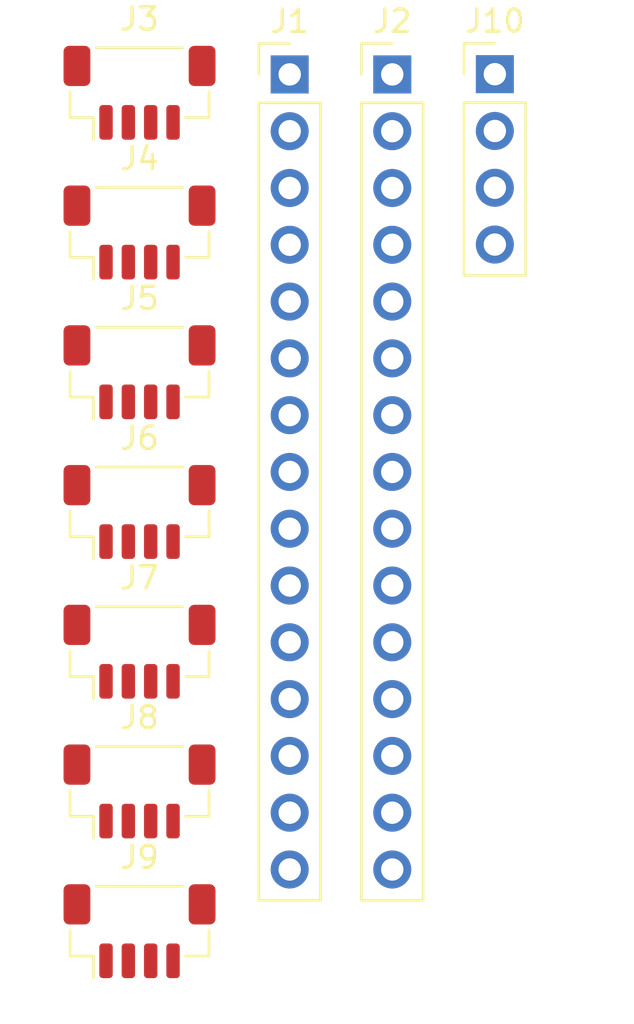
<source format=kicad_pcb>
(kicad_pcb (version 20241229) (generator "pcbnew") (generator_version "9.0")
  (layers (0 "F.Cu" signal) (2 "B.Cu" signal) (13 "F.Paste" user) (15 "B.Paste" user) (5 "F.SilkS" user "F.Silkscreen") (7 "B.SilkS" user "B.Silkscreen") (1 "F.Mask" user) (3 "B.Mask" user) (25 "Edge.Cuts" user))
  (net 0 "")
  (net 1 "Net-(J1-Pin_7)")
  (net 2 "Net-(J1-Pin_5)")
  (net 3 "Net-(J1-Pin_11)")
  (net 5 "Net-(J1-Pin_1)")
  (net 8 "Net-(J1-Pin_6)")
  (net 9 "Net-(J1-Pin_9)")
  (net 11 "Net-(J1-Pin_14)")
  (net 12 "Net-(J1-Pin_8)")
  (net 14 "Net-(J1-GND)")
  (net 15 "Net-(J1-Pin_10)")
  (net 19 "Net-(J2-Pin_7)")
  (net 20 "Net-(J2-Pin_10)")
  (net 22 "Net-(J2-Pin_3)")
  (net 24 "Net-(J2-Pin_6)")
  (net 26 "Net-(J2-Pin_8)")
  (net 27 "Net-(J2-Pin_9)")
  (net 28 "Net-(J2-Pin_11)")
  (net 29 "Net-(J2-Pin_5)")
  (footprint "Connector_JST:JST_SH_BM04B-SRSS-TB_1x04-1MP_P1.00mm_Vertical" (layer "F.Cu") (at 121.19 44.26)
    (property "Reference" "J3" (at 0 -3.3 0) (layer "F.SilkS"))
    (property "Value" "Conn_01x04_Pin")
    (fp_line (start -3.11 -0.04) (end -3.11 1.11) (stroke (width 0.12)) (layer "F.SilkS"))
    (fp_line (start -3.11 1.11) (end -2.06 1.11) (stroke (width 0.12)) (layer "F.SilkS"))
    (fp_line (start -2.06 1.11) (end -2.06 2.1) (stroke (width 0.12)) (layer "F.SilkS"))
    (fp_line (start -1.94 -2.01) (end 1.94 -2.01) (stroke (width 0.12)) (layer "F.SilkS"))
    (fp_line (start 3.11 -0.04) (end 3.11 1.11) (stroke (width 0.12)) (layer "F.SilkS"))
    (fp_line (start 3.11 1.11) (end 2.06 1.11) (stroke (width 0.12)) (layer "F.SilkS"))
    (pad "1" smd roundrect (at -1.5 1.325) (size 0.6 1.55) (layers "F.Cu" "F.Mask" "F.Paste") (net 5 "Net-(J1-Pin_1)"))
    (pad "2" smd roundrect (at -0.5 1.325) (size 0.6 1.55) (layers "F.Cu" "F.Mask" "F.Paste") (net 14 "Net-(J1-GND)"))
    (pad "3" smd roundrect (at 0.5 1.325) (size 0.6 1.55) (layers "F.Cu" "F.Mask" "F.Paste") (net 22 "Net-(J2-Pin_3)"))
    (pad "4" smd roundrect (at 1.5 1.325) (size 0.6 1.55) (layers "F.Cu" "F.Mask" "F.Paste") (net 29 "Net-(J2-Pin_5)"))
    (pad "MP" smd roundrect (at -2.8 -1.2) (size 1.2 1.8) (layers "F.Cu" "F.Mask" "F.Paste") (roundrect_rratio 0.208333))
    (pad "MP" smd roundrect (at 2.8 -1.2) (size 1.2 1.8) (layers "F.Cu" "F.Mask" "F.Paste") (roundrect_rratio 0.208333))
  )
  (footprint "Connector_PinHeader_2.54mm:PinHeader_1x15_P2.54mm_Vertical" (layer "F.Cu") (at 127.91 43.44)
    (property "Reference" "J1" (at 0 -2.38 0) (layer "F.SilkS"))
    (property "Value" "Conn_01x16_Pin")
    (fp_line (start -1.38 -1.38) (end 0 -1.38) (stroke (width 0.12)) (layer "F.SilkS"))
    (fp_line (start -1.38 0) (end -1.38 -1.38) (stroke (width 0.12)) (layer "F.SilkS"))
    (fp_line (start -1.38 1.27) (end -1.38 36.94) (stroke (width 0.12)) (layer "F.SilkS"))
    (fp_line (start -1.38 1.27) (end 1.38 1.27) (stroke (width 0.12)) (layer "F.SilkS"))
    (fp_line (start -1.38 36.94) (end 1.38 36.94) (stroke (width 0.12)) (layer "F.SilkS"))
    (fp_line (start 1.38 1.27) (end 1.38 36.94) (stroke (width 0.12)) (layer "F.SilkS"))
    (pad "1" thru_hole rect (at 0 0) (size 1.7 1.7) (drill 1) (layers "*.Cu" "*.Mask") (net 5 "Net-(J1-Pin_1)"))
    (pad "2" thru_hole circle (at 0 2.54) (size 1.7 1.7) (drill 1) (layers "*.Cu" "*.Mask") (net 14 "Net-(J1-GND)"))
    (pad "3" thru_hole circle (at 0 5.08) (size 1.7 1.7) (drill 1) (layers "*.Cu" "*.Mask"))
    (pad "4" thru_hole circle (at 0 7.62) (size 1.7 1.7) (drill 1) (layers "*.Cu" "*.Mask"))
    (pad "5" thru_hole circle (at 0 10.16) (size 1.7 1.7) (drill 1) (layers "*.Cu" "*.Mask") (net 2 "Net-(J1-Pin_5)"))
    (pad "6" thru_hole circle (at 0 12.7) (size 1.7 1.7) (drill 1) (layers "*.Cu" "*.Mask") (net 8 "Net-(J1-Pin_6)"))
    (pad "7" thru_hole circle (at 0 15.24) (size 1.7 1.7) (drill 1) (layers "*.Cu" "*.Mask") (net 1 "Net-(J1-Pin_7)"))
    (pad "8" thru_hole circle (at 0 17.78) (size 1.7 1.7) (drill 1) (layers "*.Cu" "*.Mask") (net 12 "Net-(J1-Pin_8)"))
    (pad "9" thru_hole circle (at 0 20.32) (size 1.7 1.7) (drill 1) (layers "*.Cu" "*.Mask") (net 9 "Net-(J1-Pin_9)"))
    (pad "10" thru_hole circle (at 0 22.86) (size 1.7 1.7) (drill 1) (layers "*.Cu" "*.Mask") (net 15 "Net-(J1-Pin_10)"))
    (pad "11" thru_hole circle (at 0 25.4) (size 1.7 1.7) (drill 1) (layers "*.Cu" "*.Mask") (net 3 "Net-(J1-Pin_11)"))
    (pad "12" thru_hole circle (at 0 27.94) (size 1.7 1.7) (drill 1) (layers "*.Cu" "*.Mask"))
    (pad "13" thru_hole circle (at 0 30.48) (size 1.7 1.7) (drill 1) (layers "*.Cu" "*.Mask"))
    (pad "14" thru_hole circle (at 0 33.02) (size 1.7 1.7) (drill 1) (layers "*.Cu" "*.Mask") (net 11 "Net-(J1-Pin_14)"))
    (pad "15" thru_hole circle (at 0 35.56) (size 1.7 1.7) (drill 1) (layers "*.Cu" "*.Mask"))
  )
  (footprint "Connector_PinHeader_2.54mm:PinHeader_1x04_P2.54mm_Vertical" (layer "F.Cu") (at 137.09 43.43)
    (property "Reference" "J10" (at 0 -2.38 0) (layer "F.SilkS"))
    (property "Value" "Conn_01x04_Pin")
    (fp_line (start -1.38 -1.38) (end 0 -1.38) (stroke (width 0.12)) (layer "F.SilkS"))
    (fp_line (start -1.38 0) (end -1.38 -1.38) (stroke (width 0.12)) (layer "F.SilkS"))
    (fp_line (start -1.38 1.27) (end -1.38 9) (stroke (width 0.12)) (layer "F.SilkS"))
    (fp_line (start -1.38 1.27) (end 1.38 1.27) (stroke (width 0.12)) (layer "F.SilkS"))
    (fp_line (start -1.38 9) (end 1.38 9) (stroke (width 0.12)) (layer "F.SilkS"))
    (fp_line (start 1.38 1.27) (end 1.38 9) (stroke (width 0.12)) (layer "F.SilkS"))
    (pad "1" thru_hole rect (at 0 0) (size 1.7 1.7) (drill 1) (layers "*.Cu" "*.Mask") (net 5 "Net-(J1-Pin_1)"))
    (pad "2" thru_hole circle (at 0 2.54) (size 1.7 1.7) (drill 1) (layers "*.Cu" "*.Mask") (net 14 "Net-(J1-GND)"))
    (pad "3" thru_hole circle (at 0 5.08) (size 1.7 1.7) (drill 1) (layers "*.Cu" "*.Mask") (net 3 "Net-(J1-Pin_11)"))
    (pad "4" thru_hole circle (at 0 7.62) (size 1.7 1.7) (drill 1) (layers "*.Cu" "*.Mask") (net 11 "Net-(J1-Pin_14)"))
  )
  (footprint "Connector_JST:JST_SH_BM04B-SRSS-TB_1x04-1MP_P1.00mm_Vertical" (layer "F.Cu") (at 121.19 69.26)
    (property "Reference" "J7" (at 0 -3.3 0) (layer "F.SilkS"))
    (property "Value" "Conn_01x04_Pin")
    (fp_line (start -3.11 -0.04) (end -3.11 1.11) (stroke (width 0.12)) (layer "F.SilkS"))
    (fp_line (start -3.11 1.11) (end -2.06 1.11) (stroke (width 0.12)) (layer "F.SilkS"))
    (fp_line (start -2.06 1.11) (end -2.06 2.1) (stroke (width 0.12)) (layer "F.SilkS"))
    (fp_line (start -1.94 -2.01) (end 1.94 -2.01) (stroke (width 0.12)) (layer "F.SilkS"))
    (fp_line (start 3.11 -0.04) (end 3.11 1.11) (stroke (width 0.12)) (layer "F.SilkS"))
    (fp_line (start 3.11 1.11) (end 2.06 1.11) (stroke (width 0.12)) (layer "F.SilkS"))
    (pad "1" smd roundrect (at -1.5 1.325) (size 0.6 1.55) (layers "F.Cu" "F.Mask" "F.Paste") (net 5 "Net-(J1-Pin_1)"))
    (pad "2" smd roundrect (at -0.5 1.325) (size 0.6 1.55) (layers "F.Cu" "F.Mask" "F.Paste") (net 14 "Net-(J1-GND)"))
    (pad "3" smd roundrect (at 0.5 1.325) (size 0.6 1.55) (layers "F.Cu" "F.Mask" "F.Paste") (net 2 "Net-(J1-Pin_5)"))
    (pad "4" smd roundrect (at 1.5 1.325) (size 0.6 1.55) (layers "F.Cu" "F.Mask" "F.Paste") (net 8 "Net-(J1-Pin_6)"))
    (pad "MP" smd roundrect (at -2.8 -1.2) (size 1.2 1.8) (layers "F.Cu" "F.Mask" "F.Paste") (roundrect_rratio 0.208333))
    (pad "MP" smd roundrect (at 2.8 -1.2) (size 1.2 1.8) (layers "F.Cu" "F.Mask" "F.Paste") (roundrect_rratio 0.208333))
  )
  (footprint "Connector_JST:JST_SH_BM04B-SRSS-TB_1x04-1MP_P1.00mm_Vertical" (layer "F.Cu") (at 121.19 75.51)
    (property "Reference" "J8" (at 0 -3.3 0) (layer "F.SilkS"))
    (property "Value" "Conn_01x04_Pin")
    (fp_line (start -3.11 -0.04) (end -3.11 1.11) (stroke (width 0.12)) (layer "F.SilkS"))
    (fp_line (start -3.11 1.11) (end -2.06 1.11) (stroke (width 0.12)) (layer "F.SilkS"))
    (fp_line (start -2.06 1.11) (end -2.06 2.1) (stroke (width 0.12)) (layer "F.SilkS"))
    (fp_line (start -1.94 -2.01) (end 1.94 -2.01) (stroke (width 0.12)) (layer "F.SilkS"))
    (fp_line (start 3.11 -0.04) (end 3.11 1.11) (stroke (width 0.12)) (layer "F.SilkS"))
    (fp_line (start 3.11 1.11) (end 2.06 1.11) (stroke (width 0.12)) (layer "F.SilkS"))
    (pad "1" smd roundrect (at -1.5 1.325) (size 0.6 1.55) (layers "F.Cu" "F.Mask" "F.Paste") (net 5 "Net-(J1-Pin_1)"))
    (pad "2" smd roundrect (at -0.5 1.325) (size 0.6 1.55) (layers "F.Cu" "F.Mask" "F.Paste") (net 14 "Net-(J1-GND)"))
    (pad "3" smd roundrect (at 0.5 1.325) (size 0.6 1.55) (layers "F.Cu" "F.Mask" "F.Paste") (net 1 "Net-(J1-Pin_7)"))
    (pad "4" smd roundrect (at 1.5 1.325) (size 0.6 1.55) (layers "F.Cu" "F.Mask" "F.Paste") (net 12 "Net-(J1-Pin_8)"))
    (pad "MP" smd roundrect (at -2.8 -1.2) (size 1.2 1.8) (layers "F.Cu" "F.Mask" "F.Paste") (roundrect_rratio 0.208333))
    (pad "MP" smd roundrect (at 2.8 -1.2) (size 1.2 1.8) (layers "F.Cu" "F.Mask" "F.Paste") (roundrect_rratio 0.208333))
  )
  (footprint "Connector_PinHeader_2.54mm:PinHeader_1x15_P2.54mm_Vertical" (layer "F.Cu") (at 132.5 43.44)
    (property "Reference" "J2" (at 0 -2.38 0) (layer "F.SilkS"))
    (property "Value" "Conn_01x16_Pin")
    (fp_line (start -1.38 -1.38) (end 0 -1.38) (stroke (width 0.12)) (layer "F.SilkS"))
    (fp_line (start -1.38 0) (end -1.38 -1.38) (stroke (width 0.12)) (layer "F.SilkS"))
    (fp_line (start -1.38 1.27) (end -1.38 36.94) (stroke (width 0.12)) (layer "F.SilkS"))
    (fp_line (start -1.38 1.27) (end 1.38 1.27) (stroke (width 0.12)) (layer "F.SilkS"))
    (fp_line (start -1.38 36.94) (end 1.38 36.94) (stroke (width 0.12)) (layer "F.SilkS"))
    (fp_line (start 1.38 1.27) (end 1.38 36.94) (stroke (width 0.12)) (layer "F.SilkS"))
    (pad "1" thru_hole rect (at 0 0) (size 1.7 1.7) (drill 1) (layers "*.Cu" "*.Mask"))
    (pad "2" thru_hole circle (at 0 2.54) (size 1.7 1.7) (drill 1) (layers "*.Cu" "*.Mask"))
    (pad "3" thru_hole circle (at 0 5.08) (size 1.7 1.7) (drill 1) (layers "*.Cu" "*.Mask") (net 22 "Net-(J2-Pin_3)"))
    (pad "4" thru_hole circle (at 0 7.62) (size 1.7 1.7) (drill 1) (layers "*.Cu" "*.Mask"))
    (pad "5" thru_hole circle (at 0 10.16) (size 1.7 1.7) (drill 1) (layers "*.Cu" "*.Mask") (net 29 "Net-(J2-Pin_5)"))
    (pad "6" thru_hole circle (at 0 12.7) (size 1.7 1.7) (drill 1) (layers "*.Cu" "*.Mask") (net 24 "Net-(J2-Pin_6)"))
    (pad "7" thru_hole circle (at 0 15.24) (size 1.7 1.7) (drill 1) (layers "*.Cu" "*.Mask") (net 19 "Net-(J2-Pin_7)"))
    (pad "8" thru_hole circle (at 0 17.78) (size 1.7 1.7) (drill 1) (layers "*.Cu" "*.Mask") (net 26 "Net-(J2-Pin_8)"))
    (pad "9" thru_hole circle (at 0 20.32) (size 1.7 1.7) (drill 1) (layers "*.Cu" "*.Mask") (net 27 "Net-(J2-Pin_9)"))
    (pad "10" thru_hole circle (at 0 22.86) (size 1.7 1.7) (drill 1) (layers "*.Cu" "*.Mask") (net 20 "Net-(J2-Pin_10)"))
    (pad "11" thru_hole circle (at 0 25.4) (size 1.7 1.7) (drill 1) (layers "*.Cu" "*.Mask") (net 28 "Net-(J2-Pin_11)"))
    (pad "12" thru_hole circle (at 0 27.94) (size 1.7 1.7) (drill 1) (layers "*.Cu" "*.Mask"))
    (pad "13" thru_hole circle (at 0 30.48) (size 1.7 1.7) (drill 1) (layers "*.Cu" "*.Mask"))
    (pad "14" thru_hole circle (at 0 33.02) (size 1.7 1.7) (drill 1) (layers "*.Cu" "*.Mask"))
    (pad "15" thru_hole circle (at 0 35.56) (size 1.7 1.7) (drill 1) (layers "*.Cu" "*.Mask"))
  )
  (footprint "Connector_JST:JST_SH_BM04B-SRSS-TB_1x04-1MP_P1.00mm_Vertical" (layer "F.Cu") (at 121.19 63.01)
    (property "Reference" "J6" (at 0 -3.3 0) (layer "F.SilkS"))
    (property "Value" "Conn_01x04_Pin")
    (fp_line (start -3.11 -0.04) (end -3.11 1.11) (stroke (width 0.12)) (layer "F.SilkS"))
    (fp_line (start -3.11 1.11) (end -2.06 1.11) (stroke (width 0.12)) (layer "F.SilkS"))
    (fp_line (start -2.06 1.11) (end -2.06 2.1) (stroke (width 0.12)) (layer "F.SilkS"))
    (fp_line (start -1.94 -2.01) (end 1.94 -2.01) (stroke (width 0.12)) (layer "F.SilkS"))
    (fp_line (start 3.11 -0.04) (end 3.11 1.11) (stroke (width 0.12)) (layer "F.SilkS"))
    (fp_line (start 3.11 1.11) (end 2.06 1.11) (stroke (width 0.12)) (layer "F.SilkS"))
    (pad "1" smd roundrect (at -1.5 1.325) (size 0.6 1.55) (layers "F.Cu" "F.Mask" "F.Paste") (net 5 "Net-(J1-Pin_1)"))
    (pad "2" smd roundrect (at -0.5 1.325) (size 0.6 1.55) (layers "F.Cu" "F.Mask" "F.Paste") (net 14 "Net-(J1-GND)"))
    (pad "3" smd roundrect (at 0.5 1.325) (size 0.6 1.55) (layers "F.Cu" "F.Mask" "F.Paste") (net 20 "Net-(J2-Pin_10)"))
    (pad "4" smd roundrect (at 1.5 1.325) (size 0.6 1.55) (layers "F.Cu" "F.Mask" "F.Paste") (net 28 "Net-(J2-Pin_11)"))
    (pad "MP" smd roundrect (at -2.8 -1.2) (size 1.2 1.8) (layers "F.Cu" "F.Mask" "F.Paste") (roundrect_rratio 0.208333))
    (pad "MP" smd roundrect (at 2.8 -1.2) (size 1.2 1.8) (layers "F.Cu" "F.Mask" "F.Paste") (roundrect_rratio 0.208333))
  )
  (footprint "Connector_JST:JST_SH_BM04B-SRSS-TB_1x04-1MP_P1.00mm_Vertical" (layer "F.Cu") (at 121.19 50.51)
    (property "Reference" "J4" (at 0 -3.3 0) (layer "F.SilkS"))
    (property "Value" "Conn_01x04_Pin")
    (fp_line (start -3.11 -0.04) (end -3.11 1.11) (stroke (width 0.12)) (layer "F.SilkS"))
    (fp_line (start -3.11 1.11) (end -2.06 1.11) (stroke (width 0.12)) (layer "F.SilkS"))
    (fp_line (start -2.06 1.11) (end -2.06 2.1) (stroke (width 0.12)) (layer "F.SilkS"))
    (fp_line (start -1.94 -2.01) (end 1.94 -2.01) (stroke (width 0.12)) (layer "F.SilkS"))
    (fp_line (start 3.11 -0.04) (end 3.11 1.11) (stroke (width 0.12)) (layer "F.SilkS"))
    (fp_line (start 3.11 1.11) (end 2.06 1.11) (stroke (width 0.12)) (layer "F.SilkS"))
    (pad "1" smd roundrect (at -1.5 1.325) (size 0.6 1.55) (layers "F.Cu" "F.Mask" "F.Paste") (net 5 "Net-(J1-Pin_1)"))
    (pad "2" smd roundrect (at -0.5 1.325) (size 0.6 1.55) (layers "F.Cu" "F.Mask" "F.Paste") (net 14 "Net-(J1-GND)"))
    (pad "3" smd roundrect (at 0.5 1.325) (size 0.6 1.55) (layers "F.Cu" "F.Mask" "F.Paste") (net 24 "Net-(J2-Pin_6)"))
    (pad "4" smd roundrect (at 1.5 1.325) (size 0.6 1.55) (layers "F.Cu" "F.Mask" "F.Paste") (net 19 "Net-(J2-Pin_7)"))
    (pad "MP" smd roundrect (at -2.8 -1.2) (size 1.2 1.8) (layers "F.Cu" "F.Mask" "F.Paste") (roundrect_rratio 0.208333))
    (pad "MP" smd roundrect (at 2.8 -1.2) (size 1.2 1.8) (layers "F.Cu" "F.Mask" "F.Paste") (roundrect_rratio 0.208333))
  )
  (footprint "Connector_JST:JST_SH_BM04B-SRSS-TB_1x04-1MP_P1.00mm_Vertical" (layer "F.Cu") (at 121.19 81.76)
    (property "Reference" "J9" (at 0 -3.3 0) (layer "F.SilkS"))
    (property "Value" "Conn_01x04_Pin")
    (fp_line (start -3.11 -0.04) (end -3.11 1.11) (stroke (width 0.12)) (layer "F.SilkS"))
    (fp_line (start -3.11 1.11) (end -2.06 1.11) (stroke (width 0.12)) (layer "F.SilkS"))
    (fp_line (start -2.06 1.11) (end -2.06 2.1) (stroke (width 0.12)) (layer "F.SilkS"))
    (fp_line (start -1.94 -2.01) (end 1.94 -2.01) (stroke (width 0.12)) (layer "F.SilkS"))
    (fp_line (start 3.11 -0.04) (end 3.11 1.11) (stroke (width 0.12)) (layer "F.SilkS"))
    (fp_line (start 3.11 1.11) (end 2.06 1.11) (stroke (width 0.12)) (layer "F.SilkS"))
    (pad "1" smd roundrect (at -1.5 1.325) (size 0.6 1.55) (layers "F.Cu" "F.Mask" "F.Paste") (net 5 "Net-(J1-Pin_1)"))
    (pad "2" smd roundrect (at -0.5 1.325) (size 0.6 1.55) (layers "F.Cu" "F.Mask" "F.Paste") (net 14 "Net-(J1-GND)"))
    (pad "3" smd roundrect (at 0.5 1.325) (size 0.6 1.55) (layers "F.Cu" "F.Mask" "F.Paste") (net 9 "Net-(J1-Pin_9)"))
    (pad "4" smd roundrect (at 1.5 1.325) (size 0.6 1.55) (layers "F.Cu" "F.Mask" "F.Paste") (net 15 "Net-(J1-Pin_10)"))
    (pad "MP" smd roundrect (at -2.8 -1.2) (size 1.2 1.8) (layers "F.Cu" "F.Mask" "F.Paste") (roundrect_rratio 0.208333))
    (pad "MP" smd roundrect (at 2.8 -1.2) (size 1.2 1.8) (layers "F.Cu" "F.Mask" "F.Paste") (roundrect_rratio 0.208333))
  )
  (footprint "Connector_JST:JST_SH_BM04B-SRSS-TB_1x04-1MP_P1.00mm_Vertical" (layer "F.Cu") (at 121.19 56.76)
    (property "Reference" "J5" (at 0 -3.3 0) (layer "F.SilkS"))
    (property "Value" "Conn_01x04_Pin")
    (fp_line (start -3.11 -0.04) (end -3.11 1.11) (stroke (width 0.12)) (layer "F.SilkS"))
    (fp_line (start -3.11 1.11) (end -2.06 1.11) (stroke (width 0.12)) (layer "F.SilkS"))
    (fp_line (start -2.06 1.11) (end -2.06 2.1) (stroke (width 0.12)) (layer "F.SilkS"))
    (fp_line (start -1.94 -2.01) (end 1.94 -2.01) (stroke (width 0.12)) (layer "F.SilkS"))
    (fp_line (start 3.11 -0.04) (end 3.11 1.11) (stroke (width 0.12)) (layer "F.SilkS"))
    (fp_line (start 3.11 1.11) (end 2.06 1.11) (stroke (width 0.12)) (layer "F.SilkS"))
    (pad "1" smd roundrect (at -1.5 1.325) (size 0.6 1.55) (layers "F.Cu" "F.Mask" "F.Paste") (net 5 "Net-(J1-Pin_1)"))
    (pad "2" smd roundrect (at -0.5 1.325) (size 0.6 1.55) (layers "F.Cu" "F.Mask" "F.Paste") (net 14 "Net-(J1-GND)"))
    (pad "3" smd roundrect (at 0.5 1.325) (size 0.6 1.55) (layers "F.Cu" "F.Mask" "F.Paste") (net 26 "Net-(J2-Pin_8)"))
    (pad "4" smd roundrect (at 1.5 1.325) (size 0.6 1.55) (layers "F.Cu" "F.Mask" "F.Paste") (net 27 "Net-(J2-Pin_9)"))
    (pad "MP" smd roundrect (at -2.8 -1.2) (size 1.2 1.8) (layers "F.Cu" "F.Mask" "F.Paste") (roundrect_rratio 0.208333))
    (pad "MP" smd roundrect (at 2.8 -1.2) (size 1.2 1.8) (layers "F.Cu" "F.Mask" "F.Paste") (roundrect_rratio 0.208333))
  )
)
</source>
